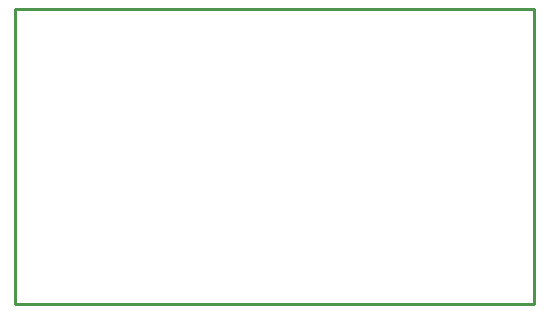
<source format=gm1>
G04*
G04 #@! TF.GenerationSoftware,Altium Limited,Altium Designer,20.2.7 (254)*
G04*
G04 Layer_Color=16711935*
%FSLAX43Y43*%
%MOMM*%
G71*
G04*
G04 #@! TF.SameCoordinates,DF3CF367-A293-4906-87DF-23C10940DAFD*
G04*
G04*
G04 #@! TF.FilePolarity,Positive*
G04*
G01*
G75*
%ADD10C,0.254*%
D10*
X44000Y18750D02*
Y25000D01*
Y0D02*
Y6250D01*
X0Y0D02*
Y25000D01*
X44000D01*
Y6250D02*
Y18750D01*
X0Y0D02*
X44000D01*
Y18750D02*
Y25000D01*
Y0D02*
Y6250D01*
X0Y0D02*
Y25000D01*
X44000D01*
Y6250D02*
Y18750D01*
X0Y0D02*
X44000D01*
M02*

</source>
